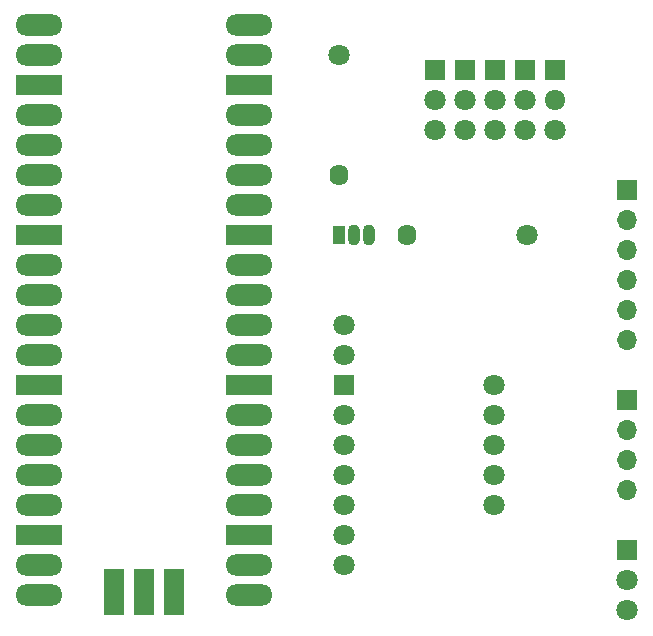
<source format=gbs>
%TF.GenerationSoftware,KiCad,Pcbnew,(6.0.0-0)*%
%TF.CreationDate,2022-07-23T10:22:29+09:00*%
%TF.ProjectId,drone_board,64726f6e-655f-4626-9f61-72642e6b6963,rev?*%
%TF.SameCoordinates,Original*%
%TF.FileFunction,Soldermask,Bot*%
%TF.FilePolarity,Negative*%
%FSLAX46Y46*%
G04 Gerber Fmt 4.6, Leading zero omitted, Abs format (unit mm)*
G04 Created by KiCad (PCBNEW (6.0.0-0)) date 2022-07-23 10:22:29*
%MOMM*%
%LPD*%
G01*
G04 APERTURE LIST*
%ADD10C,1.800000*%
%ADD11O,1.800000X1.700000*%
%ADD12R,1.800000X1.700000*%
%ADD13R,1.050000X1.500000*%
%ADD14O,1.050000X1.800000*%
%ADD15R,1.800000X1.800000*%
%ADD16O,4.000000X1.800000*%
%ADD17R,4.000000X1.800000*%
%ADD18R,1.800000X4.000000*%
%ADD19O,1.600000X1.800000*%
%ADD20R,1.700000X1.700000*%
%ADD21O,1.700000X1.700000*%
G04 APERTURE END LIST*
D10*
%TO.C,GP6*%
X101600000Y-40640000D03*
D11*
X101600000Y-38100000D03*
D12*
X101600000Y-35560000D03*
%TD*%
D13*
%TO.C,Q1*%
X83312000Y-49530000D03*
D14*
X84582000Y-49530000D03*
X85852000Y-49530000D03*
%TD*%
D10*
%TO.C,U3*%
X107696000Y-81280000D03*
X107696000Y-78740000D03*
D15*
X107696000Y-76200000D03*
%TD*%
D16*
%TO.C,U1*%
X57912000Y-31750000D03*
X57912000Y-34290000D03*
D17*
X57912000Y-36830000D03*
D16*
X57912000Y-39370000D03*
X57912000Y-41910000D03*
X57912000Y-44450000D03*
X57912000Y-46990000D03*
D17*
X57912000Y-49530000D03*
D16*
X57912000Y-52070000D03*
X57912000Y-54610000D03*
X57912000Y-57150000D03*
X57912000Y-59690000D03*
D17*
X57912000Y-62230000D03*
D16*
X57912000Y-64770000D03*
X57912000Y-67310000D03*
X57912000Y-69850000D03*
X57912000Y-72390000D03*
D17*
X57912000Y-74930000D03*
D16*
X57912000Y-77470000D03*
X57912000Y-80010000D03*
X75692000Y-80010000D03*
X75692000Y-77470000D03*
D17*
X75692000Y-74930000D03*
D16*
X75692000Y-72390000D03*
X75692000Y-69850000D03*
X75692000Y-67310000D03*
X75692000Y-64770000D03*
D17*
X75692000Y-62230000D03*
D16*
X75692000Y-59690000D03*
X75692000Y-57150000D03*
X75692000Y-54610000D03*
X75692000Y-52070000D03*
D17*
X75692000Y-49530000D03*
D16*
X75692000Y-46990000D03*
X75692000Y-44450000D03*
X75692000Y-41910000D03*
X75692000Y-39370000D03*
D17*
X75692000Y-36830000D03*
D16*
X75692000Y-34290000D03*
X75692000Y-31750000D03*
D18*
X66802000Y-79780000D03*
X64262000Y-79780000D03*
X69342000Y-79780000D03*
%TD*%
D10*
%TO.C,R1*%
X83312000Y-34290000D03*
D19*
X83312000Y-44450000D03*
%TD*%
D10*
%TO.C,R2*%
X99187000Y-49530000D03*
D19*
X89027000Y-49530000D03*
%TD*%
D10*
%TO.C,U2*%
X83712000Y-57150000D03*
X83712000Y-59690000D03*
D15*
X83712000Y-62230000D03*
D10*
X83712000Y-64770000D03*
X83712000Y-67310000D03*
X83712000Y-69850000D03*
X83712000Y-72390000D03*
X83712000Y-74930000D03*
X83712000Y-77470000D03*
X96412000Y-62230000D03*
X96412000Y-64770000D03*
X96412000Y-67310000D03*
X96412000Y-69850000D03*
X96412000Y-72390000D03*
%TD*%
%TO.C,GP5*%
X91440000Y-40640000D03*
X91440000Y-38100000D03*
D15*
X91440000Y-35560000D03*
%TD*%
D10*
%TO.C,GP4*%
X93980000Y-40640000D03*
X93980000Y-38100000D03*
D15*
X93980000Y-35560000D03*
%TD*%
D20*
%TO.C,SPI1*%
X107696000Y-45720000D03*
D21*
X107696000Y-48260000D03*
X107696000Y-50800000D03*
X107696000Y-53340000D03*
X107696000Y-55880000D03*
X107696000Y-58420000D03*
%TD*%
D10*
%TO.C,GP3*%
X96520000Y-40625000D03*
X96520000Y-38085000D03*
D15*
X96520000Y-35545000D03*
%TD*%
D10*
%TO.C,GP2*%
X99060000Y-40640000D03*
X99060000Y-38100000D03*
D12*
X99060000Y-35560000D03*
%TD*%
D20*
%TO.C,I2C1*%
X107696000Y-63500000D03*
D21*
X107696000Y-66040000D03*
X107696000Y-68580000D03*
X107696000Y-71120000D03*
%TD*%
M02*

</source>
